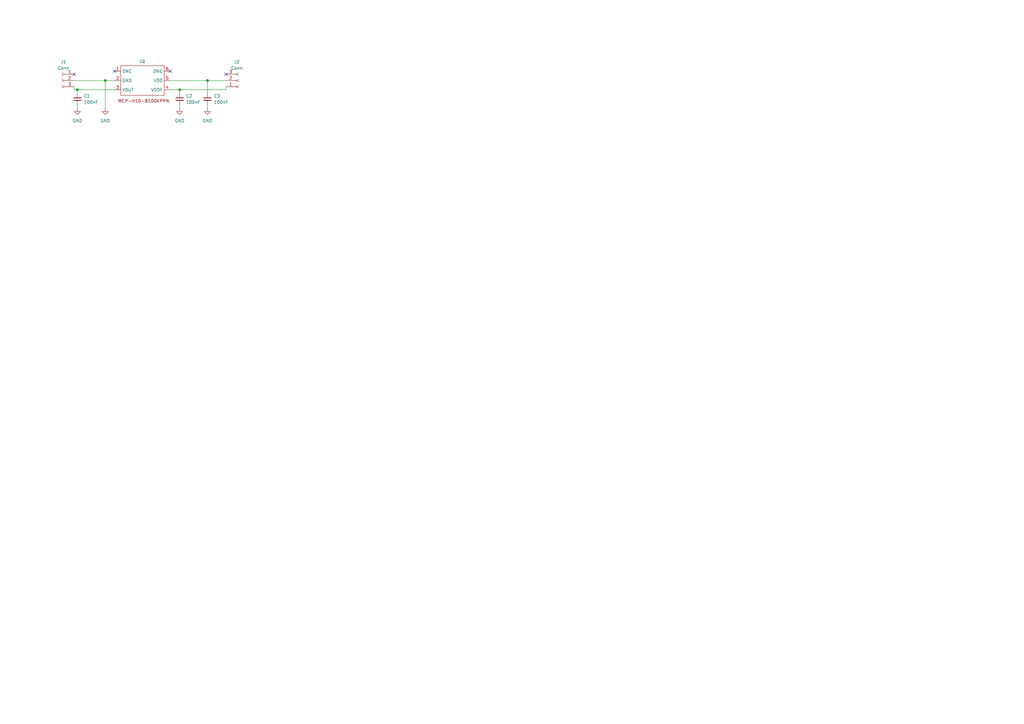
<source format=kicad_sch>
(kicad_sch (version 20231120) (generator "eeschema") (generator_version "8.0")
  (paper "A3")
  (lib_symbols
    (symbol "Connector:Conn_01x03_Socket" (pin_names (offset 1.016) hide)
      (property "Reference" "J" (at 0 5.08 0))
      (property "Value" "Conn_01x03_Socket" (at 0 -5.08 0))
      (symbol "Conn_01x03_Socket_1_1"
        (arc (start 0 -2.032) (mid -0.5058 -2.54) (end 0 -3.048) (stroke (width 0.1524)))
        (polyline (pts (xy -1.27 -2.54) (xy -0.508 -2.54)) (stroke (width 0.1524)))
        (polyline (pts (xy -1.27 0) (xy -0.508 0)) (stroke (width 0.1524)))
        (polyline (pts (xy -1.27 2.54) (xy -0.508 2.54)) (stroke (width 0.1524)))
        (arc (start 0 0.508) (mid -0.5058 0) (end 0 -0.508) (stroke (width 0.1524)))
        (arc (start 0 3.048) (mid -0.5058 2.54) (end 0 2.032) (stroke (width 0.1524)))
        (pin passive line (at -5.08 2.54 0) (length 3.81) (name "Pin_1") (number "1"))
        (pin passive line (at -5.08 0 0) (length 3.81) (name "Pin_2") (number "2"))
        (pin passive line (at -5.08 -2.54 0) (length 3.81) (name "Pin_3") (number "3"))
      )
    )
    (symbol "Device:C_Small" (pin_numbers hide) (pin_names (offset 0.254) hide)
      (property "Reference" "C" (at 0.254 1.778 0))
      (property "Value" "C_Small" (at 0.254 -2.032 0))
      (symbol "C_Small_0_1"
        (polyline (pts (xy -1.524 -0.508) (xy 1.524 -0.508)) (stroke (width 0.3302)))
        (polyline (pts (xy -1.524 0.508) (xy 1.524 0.508)) (stroke (width 0.3048)))
      )
      (symbol "C_Small_1_1"
        (pin passive line (at 0 2.54 270) (length 2.032) (name "~") (number "1"))
        (pin passive line (at 0 -2.54 90) (length 2.032) (name "~") (number "2"))
      )
    )
    (symbol "Symbols:MCP-H10-B100KPPN"
      (property "Reference" "U" (at 0 7.62 0))
      (symbol "MCP-H10-B100KPPN_1_1"
        (rectangle (start -8.89 6.096) (end 8.89 -6.096))
        (text "MCP-H10-B100KPPN" (at 0.508 -8.382 0) (effects (font (size 1.27 1.27))))
        (pin input line (at -11.43 3.81 0) (length 2.54) (name "DNC") (number "1"))
        (pin input line (at -11.43 0 0) (length 2.54) (name "GND") (number "2"))
        (pin input line (at -11.43 -3.81 0) (length 2.54) (name "VOUT") (number "3"))
        (pin input line (at 11.43 -3.81 180) (length 2.54) (name "VDDF") (number "4"))
        (pin input line (at 11.43 0 180) (length 2.54) (name "VDD") (number "5"))
        (pin input line (at 11.43 3.81 180) (length 2.54) (name "DNC") (number "6"))
      )
    )
    (symbol "power:GND" (power) (pin_numbers hide) (pin_names (offset 0) hide)
      (property "Value" "GND" (at 0 -3.81 0))
      (symbol "GND_0_1"
        (polyline (pts (xy 0 0) (xy 0 -1.27) (xy 1.27 -1.27) (xy 0 -2.54) (xy -1.27 -1.27) (xy 0 -1.27)))
      )
      (symbol "GND_1_1"
        (pin power_in line (at 0 0 270) (length 0) (name "~") (number "1"))
      )
    )
  )
  (junction (at 73.66 36.83))
  (junction (at 43.18 33.02))
  (junction (at 31.75 36.83))
  (junction (at 85.09 33.02))
  (no_connect (at 46.99 29.21))
  (no_connect (at 92.71 30.48))
  (no_connect (at 30.48 30.48))
  (no_connect (at 69.85 29.21))
  (wire (pts (xy 30.48 33.02) (xy 43.18 33.02)))
  (wire (pts (xy 73.66 36.83) (xy 73.66 38.1)))
  (wire (pts (xy 92.71 36.83) (xy 92.71 35.56)))
  (wire (pts (xy 73.66 36.83) (xy 92.71 36.83)))
  (wire (pts (xy 30.48 35.56) (xy 30.48 36.83)))
  (wire (pts (xy 69.85 36.83) (xy 73.66 36.83)))
  (wire (pts (xy 43.18 44.45) (xy 43.18 33.02)))
  (wire (pts (xy 31.75 44.45) (xy 31.75 43.18)))
  (wire (pts (xy 46.99 36.83) (xy 31.75 36.83)))
  (wire (pts (xy 31.75 36.83) (xy 31.75 38.1)))
  (wire (pts (xy 30.48 36.83) (xy 31.75 36.83)))
  (wire (pts (xy 85.09 33.02) (xy 85.09 38.1)))
  (wire (pts (xy 69.85 33.02) (xy 85.09 33.02)))
  (wire (pts (xy 43.18 33.02) (xy 46.99 33.02)))
  (wire (pts (xy 85.09 44.45) (xy 85.09 43.18)))
  (wire (pts (xy 73.66 44.45) (xy 73.66 43.18)))
  (wire (pts (xy 85.09 33.02) (xy 92.71 33.02)))
  (symbol (lib_id "Connector:Conn_01x03_Socket") (at 97.79 33.02 0) (mirror x) (unit 1)
    (property "Reference" "J2" (at 97.155 25.4 0))
    (property "Value" "Conn" (at 97.155 27.94 0))
    (property "Footprint" "Connector_PinHeader_2.54mm:PinHeader_1x03_P2.54mm_Vertical" (effects (hide yes)))
    (property "Description" "Generic connector, single row, 01x03, script generated" (effects (hide yes)))
  )
  (symbol (lib_id "Device:C_Small") (at 85.09 40.64 0) (unit 1)
    (property "Reference" "C3" (at 87.63 39.3762 0) (effects (justify left)))
    (property "Value" "100nF" (at 87.63 41.9162 0) (effects (justify left)))
    (property "Footprint" "Capacitor_SMD:C_0603_1608Metric_Pad1.08x0.95mm_HandSolder" (effects (hide yes)))
    (property "Description" "Unpolarized capacitor, small symbol" (effects (hide yes)))
  )
  (symbol (lib_id "Connector:Conn_01x03_Socket") (at 25.4 33.02 0) (mirror y) (unit 1)
    (property "Reference" "J1" (at 26.035 25.4 0))
    (property "Value" "Conn" (at 26.035 27.94 0))
    (property "Footprint" "Connector_PinHeader_2.54mm:PinHeader_1x03_P2.54mm_Vertical" (effects (hide yes)))
    (property "Description" "Generic connector, single row, 01x03, script generated" (effects (hide yes)))
  )
  (symbol (lib_id "power:GND") (at 31.75 44.45 0) (unit 1)
    (property "Reference" "#PWR01" (effects (hide yes)))
    (property "Value" "GND" (at 31.75 49.53 0))
    (property "Description" "Power symbol creates a global label with name \"GND\" , ground" (effects (hide yes)))
  )
  (symbol (lib_id "power:GND") (at 73.66 44.45 0) (unit 1)
    (property "Reference" "#PWR03" (effects (hide yes)))
    (property "Value" "GND" (at 73.66 49.53 0))
    (property "Description" "Power symbol creates a global label with name \"GND\" , ground" (effects (hide yes)))
  )
  (symbol (lib_id "Symbols:MCP-H10-B100KPPN") (at 58.42 33.02 0) (unit 1)
    (property "Reference" "U1" (at 58.42 25.146 0))
    (property "Value" "~" (at 58.928 25.4 0))
    (property "Footprint" "Library:MCP-H10" (effects (hide yes)))
  )
  (symbol (lib_id "power:GND") (at 85.09 44.45 0) (unit 1)
    (property "Reference" "#PWR04" (effects (hide yes)))
    (property "Value" "GND" (at 85.09 49.53 0))
    (property "Description" "Power symbol creates a global label with name \"GND\" , ground" (effects (hide yes)))
  )
  (symbol (lib_id "Device:C_Small") (at 31.75 40.64 0) (unit 1)
    (property "Reference" "C1" (at 34.29 39.3762 0) (effects (justify left)))
    (property "Value" "100nF" (at 34.29 41.9162 0) (effects (justify left)))
    (property "Footprint" "Capacitor_SMD:C_0603_1608Metric_Pad1.08x0.95mm_HandSolder" (effects (hide yes)))
    (property "Description" "Unpolarized capacitor, small symbol" (effects (hide yes)))
  )
  (symbol (lib_id "power:GND") (at 43.18 44.45 0) (unit 1)
    (property "Reference" "#PWR02" (effects (hide yes)))
    (property "Value" "GND" (at 43.18 49.53 0))
    (property "Description" "Power symbol creates a global label with name \"GND\" , ground" (effects (hide yes)))
  )
  (symbol (lib_id "Device:C_Small") (at 73.66 40.64 0) (unit 1)
    (property "Reference" "C2" (at 76.2 39.3762 0) (effects (justify left)))
    (property "Value" "100nF" (at 76.2 41.9162 0) (effects (justify left)))
    (property "Footprint" "Capacitor_SMD:C_0603_1608Metric_Pad1.08x0.95mm_HandSolder" (effects (hide yes)))
    (property "Description" "Unpolarized capacitor, small symbol" (effects (hide yes)))
  )
)
</source>
